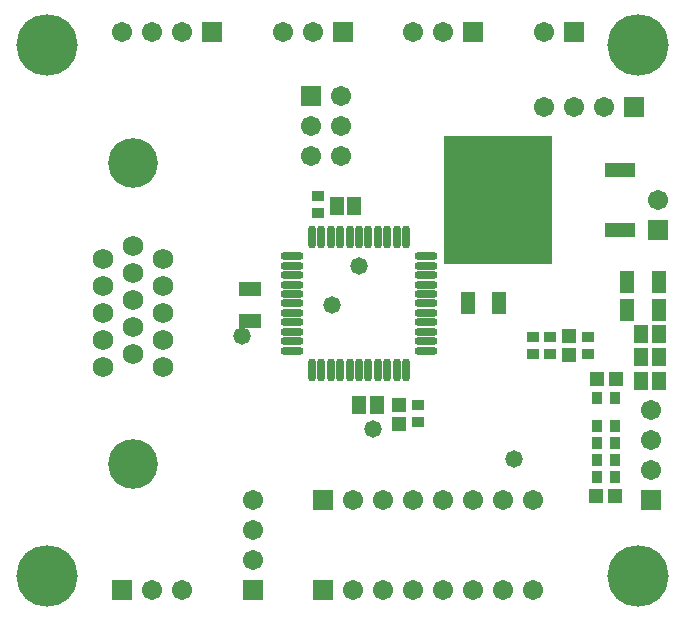
<source format=gts>
%FSDAX24Y24*%
%MOIN*%
%SFA1B1*%

%IPPOS*%
%ADD36R,0.051300X0.063100*%
%ADD37R,0.043400X0.035600*%
%ADD38R,0.047400X0.045400*%
%ADD39R,0.051300X0.074900*%
%ADD40R,0.074900X0.051300*%
%ADD41R,0.358400X0.427300*%
%ADD42R,0.102500X0.049300*%
%ADD43R,0.045400X0.047400*%
%ADD44R,0.035600X0.043400*%
%ADD45O,0.029700X0.076900*%
%ADD46O,0.076900X0.029700*%
%ADD47C,0.165500*%
%ADD48C,0.068000*%
%ADD49C,0.067100*%
%ADD50R,0.067100X0.067100*%
%ADD51R,0.067100X0.067100*%
%ADD52C,0.058000*%
%ADD53C,0.204900*%
%LNmetr4810_pcb_c_layout-1*%
%LPD*%
G54D36*
X019803Y006529D03*
X020394D03*
X019803Y008068D03*
X020394D03*
X019803Y007299D03*
X020394D03*
X009655Y012350D03*
X010245D03*
X010995Y005700D03*
X010405D03*
G54D37*
X016759Y007995D03*
Y007405D03*
X018041D03*
Y007995D03*
X016186Y007405D03*
Y007995D03*
X009043Y012099D03*
Y012690D03*
X012373Y005723D03*
Y005133D03*
G54D38*
X017400Y008015D03*
Y007385D03*
X011731Y005723D03*
Y005093D03*
G54D39*
X020394Y009800D03*
X019331D03*
X020394Y008896D03*
X019331D03*
X015081Y009100D03*
X014018D03*
G54D40*
X006750Y009582D03*
Y008518D03*
G54D41*
X015025Y012550D03*
G54D42*
X019100Y013550D03*
Y011550D03*
G54D43*
X018945Y002668D03*
X018315D03*
X018965Y006591D03*
X018335D03*
G54D44*
X018926Y005027D03*
X018335D03*
Y003309D03*
X018926D03*
Y005950D03*
X018335D03*
Y004454D03*
X018926D03*
Y003882D03*
X018335D03*
G54D45*
X011975Y011324D03*
X011660D03*
X011345D03*
X011030D03*
X010715D03*
X010400D03*
X010085D03*
X009770D03*
X009455D03*
X009140D03*
X008825D03*
Y006876D03*
X009140D03*
X009455D03*
X009770D03*
X010085D03*
X010400D03*
X010715D03*
X011030D03*
X011345D03*
X011660D03*
X011975D03*
G54D46*
X008176Y010675D03*
Y010360D03*
Y010045D03*
Y009730D03*
Y009415D03*
Y009100D03*
Y008785D03*
Y008470D03*
Y008155D03*
Y007840D03*
Y007525D03*
X012624D03*
Y007840D03*
Y008155D03*
Y008470D03*
Y008785D03*
Y009100D03*
Y009415D03*
Y009730D03*
Y010045D03*
Y010360D03*
Y010675D03*
G54D47*
X002850Y013790D03*
Y003747D03*
G54D48*
X003850Y010568D03*
Y008768D03*
Y009668D03*
Y007868D03*
Y006968D03*
X002850Y007418D03*
Y008318D03*
Y010118D03*
Y009218D03*
Y011018D03*
X001850Y006968D03*
Y007868D03*
Y009668D03*
Y008768D03*
Y010568D03*
G54D49*
X016573Y015650D03*
X017573D03*
X018573D03*
X020380Y012550D03*
X020130Y003555D03*
Y004555D03*
Y005555D03*
X004500Y-000445D03*
X003500D03*
X016215D03*
X015215D03*
X014215D03*
X013215D03*
X012215D03*
X011215D03*
X010215D03*
X016215Y002555D03*
X015215D03*
X014215D03*
X013215D03*
X012215D03*
X011215D03*
X010215D03*
X016573Y018161D03*
X006858Y000555D03*
Y001555D03*
Y002555D03*
X007858Y018161D03*
X008858D03*
X012215D03*
X013215D03*
X004500D03*
X003500D03*
X002500D03*
X009800Y014000D03*
X008800D03*
X009800Y015000D03*
X008800D03*
X009800Y016000D03*
G54D50*
X019573Y015650D03*
X002500Y-000445D03*
X009215D03*
Y002555D03*
X017573Y018161D03*
X009858D03*
X014215D03*
X005500D03*
G54D51*
X020380Y011550D03*
X020130Y002555D03*
X006858Y-000445D03*
X008800Y016000D03*
G54D52*
X015000Y011500D03*
Y013650D03*
Y012575D03*
X006500Y008000D03*
X009500Y009050D03*
X015552Y003900D03*
X010850Y004900D03*
X010400Y010350D03*
G54D53*
X000000Y000000D03*
Y017717D03*
X019685Y000000D03*
Y017717D03*
M02*
</source>
